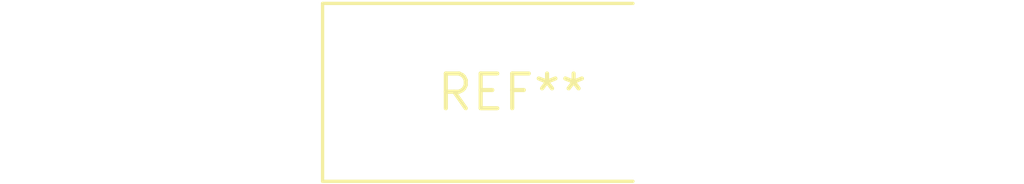
<source format=kicad_pcb>
(kicad_pcb (version 20240108) (generator pcbnew)
  (layers (0 "F.Cu" signal) (31 "B.Cu" signal) (34 "B.Paste" user) (35 "F.Paste" user) (36 "B.SilkS" user "B.Silkscreen") (37 "F.SilkS" user "F.Silkscreen") (38 "B.Mask" user) (39 "F.Mask" user) (44 "Edge.Cuts" user))
  (net 0 "")
  (footprint "D_SMC-RM10_Universal_Handsoldering" (layer "F.Cu") (at 0 0)
    (property "Reference" "REF**")
    (property "Value" "D_SMC-RM10_Universal_Handsoldering")
    (fp_line (start -6.91 -3.25) (end 4.4 -3.25) (layer "F.SilkS") (stroke (width 0.12)))
    (fp_line (start -6.91 3.25) (end -6.91 -3.25) (layer "F.SilkS") (stroke (width 0.12)))
    (fp_line (start -6.91 3.25) (end 4.4 3.25) (layer "F.SilkS") (stroke (width 0.12)))
    (pad "1" thru_hole roundrect (at -5 0) (size 4.5 3.3) (drill 1.2 (offset 0.6 0)) (layers *.Cu *.Mask) (remove_unused_layers) (roundrect_rratio 0.0757575758))
    (pad "2" thru_hole roundrect (at 5 0 180) (size 4.5 3.3) (drill 1.2 (offset 0.6 0)) (layers *.Cu *.Mask) (remove_unused_layers) (roundrect_rratio 0.0757575758))
  )
)
</source>
